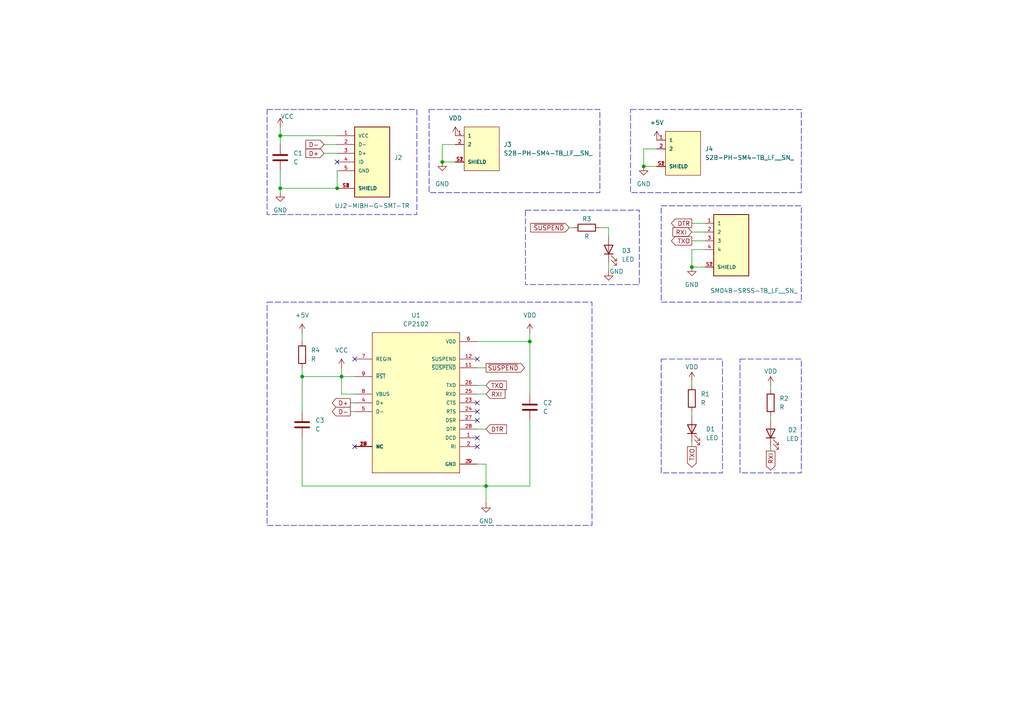
<source format=kicad_sch>
(kicad_sch (version 20250114) (generator "eeschema") (generator_version "9.0")
  (paper "A4")
  (title_block (title "UsbUartBridge") (date "2025-03-02") (rev "1.0") (company "AvelTek"))
  (lib_symbols
    (symbol "CP2102:CP2102" (pin_names (offset 1.016))
      (property "Reference" "U" (at -12.7 21.082 0))
      (property "Value" "CP2102" (at -12.7 -22.86 0))
      (symbol "CP2102_0_0"
        (rectangle (start -12.7 -20.32) (end 12.7 20.32) (stroke (width 0.1524)) (fill (type background)))
        (pin input line (at -17.78 12.7 0) (length 5.08) (name "REGIN") (number "7"))
        (pin bidirectional line (at -17.78 7.62 0) (length 5.08) (name "~{RST}") (number "9"))
        (pin input line (at -17.78 2.54 0) (length 5.08) (name "VBUS") (number "8"))
        (pin bidirectional line (at -17.78 0 0) (length 5.08) (name "D+") (number "4"))
        (pin bidirectional line (at -17.78 -2.54 0) (length 5.08) (name "D-") (number "5"))
        (pin passive line (at -17.78 -12.7 0) (length 5.08) (name "NC") (number "10"))
        (pin passive line (at -17.78 -12.7 0) (length 5.08) (name "NC") (number "13"))
        (pin passive line (at -17.78 -12.7 0) (length 5.08) (name "NC") (number "14"))
        (pin passive line (at -17.78 -12.7 0) (length 5.08) (name "NC") (number "15"))
        (pin passive line (at -17.78 -12.7 0) (length 5.08) (name "NC") (number "16"))
        (pin passive line (at -17.78 -12.7 0) (length 5.08) (name "NC") (number "17"))
        (pin passive line (at -17.78 -12.7 0) (length 5.08) (name "NC") (number "18"))
        (pin passive line (at -17.78 -12.7 0) (length 5.08) (name "NC") (number "19"))
        (pin passive line (at -17.78 -12.7 0) (length 5.08) (name "NC") (number "20"))
        (pin passive line (at -17.78 -12.7 0) (length 5.08) (name "NC") (number "21"))
        (pin passive line (at -17.78 -12.7 0) (length 5.08) (name "NC") (number "22"))
        (pin power_in line (at 17.78 17.78 180) (length 5.08) (name "VDD") (number "6"))
        (pin output line (at 17.78 12.7 180) (length 5.08) (name "SUSPEND") (number "12"))
        (pin output line (at 17.78 10.16 180) (length 5.08) (name "~{SUSPEND}") (number "11"))
        (pin output line (at 17.78 5.08 180) (length 5.08) (name "TXD") (number "26"))
        (pin input line (at 17.78 2.54 180) (length 5.08) (name "RXD") (number "25"))
        (pin input line (at 17.78 0 180) (length 5.08) (name "CTS") (number "23"))
        (pin output line (at 17.78 -2.54 180) (length 5.08) (name "RTS") (number "24"))
        (pin input line (at 17.78 -5.08 180) (length 5.08) (name "DSR") (number "27"))
        (pin output line (at 17.78 -7.62 180) (length 5.08) (name "DTR") (number "28"))
        (pin input line (at 17.78 -10.16 180) (length 5.08) (name "DCD") (number "1"))
        (pin input line (at 17.78 -12.7 180) (length 5.08) (name "RI") (number "2"))
        (pin power_in line (at 17.78 -17.78 180) (length 5.08) (name "GND") (number "29"))
        (pin power_in line (at 17.78 -17.78 180) (length 5.08) (name "GND") (number "3"))
      )
    )
    (symbol "Device:C" (pin_numbers (hide yes)) (pin_names (offset 0.254))
      (property "Reference" "C" (at 0.635 2.54 0))
      (property "Value" "C" (at 0.635 -2.54 0))
      (symbol "C_0_1"
        (polyline (pts (xy -2.032 0.762) (xy 2.032 0.762)) (stroke (width 0.508)))
        (polyline (pts (xy -2.032 -0.762) (xy 2.032 -0.762)) (stroke (width 0.508)))
      )
      (symbol "C_1_1"
        (pin passive line (at 0 3.81 270) (length 2.794) (name "~") (number "1"))
        (pin passive line (at 0 -3.81 90) (length 2.794) (name "~") (number "2"))
      )
    )
    (symbol "Device:LED" (pin_numbers (hide yes)) (pin_names (offset 1.016) (hide yes))
      (property "Reference" "D" (at 0 2.54 0))
      (property "Value" "LED" (at 0 -2.54 0))
      (symbol "LED_0_1"
        (polyline (pts (xy -3.048 -0.762) (xy -4.572 -2.286) (xy -3.81 -2.286) (xy -4.572 -2.286) (xy -4.572 -1.524)))
        (polyline (pts (xy -1.778 -0.762) (xy -3.302 -2.286) (xy -2.54 -2.286) (xy -3.302 -2.286) (xy -3.302 -1.524)))
        (polyline (pts (xy -1.27 0) (xy 1.27 0)))
        (polyline (pts (xy -1.27 -1.27) (xy -1.27 1.27)) (stroke (width 0.254)))
        (polyline (pts (xy 1.27 -1.27) (xy 1.27 1.27) (xy -1.27 0) (xy 1.27 -1.27)) (stroke (width 0.254)))
      )
      (symbol "LED_1_1"
        (pin passive line (at -3.81 0 0) (length 2.54) (name "K") (number "1"))
        (pin passive line (at 3.81 0 180) (length 2.54) (name "A") (number "2"))
      )
    )
    (symbol "Device:R" (pin_numbers (hide yes)) (pin_names (offset 0))
      (property "Reference" "R" (at 2.032 0 90))
      (property "Value" "R" (at 0 0 90))
      (symbol "R_0_1"
        (rectangle (start -1.016 -2.54) (end 1.016 2.54) (stroke (width 0.254)))
      )
      (symbol "R_1_1"
        (pin passive line (at 0 3.81 270) (length 1.27) (name "~") (number "1"))
        (pin passive line (at 0 -3.81 90) (length 1.27) (name "~") (number "2"))
      )
    )
    (symbol "S2B-PH-SM4-TB_LF__SN_:S2B-PH-SM4-TB_LF__SN_" (pin_names (offset 1.016))
      (property "Reference" "J" (at -5.0829 5.5957 0))
      (property "Value" "S2B-PH-SM4-TB_LF__SN_" (at -5.0881 -9.4227 0))
      (symbol "S2B-PH-SM4-TB_LF__SN__0_0"
        (rectangle (start -5.08 -7.62) (end 5.08 5.08) (stroke (width 0.1524)) (fill (type background)))
        (pin passive line (at -7.62 2.54 0) (length 2.54) (name "1") (number "1"))
        (pin passive line (at -7.62 0 0) (length 2.54) (name "2") (number "2"))
        (pin passive line (at -7.62 -5.08 0) (length 2.54) (name "SHIELD") (number "S1"))
        (pin passive line (at -7.62 -5.08 0) (length 2.54) (name "SHIELD") (number "S2"))
      )
    )
    (symbol "SM04B-SRSS-TB_LF__SN_:SM04B-SRSS-TB_LF__SN_" (pin_names (offset 1.016))
      (property "Reference" "J" (at -5.0831 8.1433 0))
      (property "Value" "SM04B-SRSS-TB_LF__SN_" (at -5.0835 -11.9557 0))
      (symbol "SM04B-SRSS-TB_LF__SN__0_0"
        (rectangle (start -5.08 -10.16) (end 5.08 7.62) (stroke (width 0.254)) (fill (type background)))
        (pin passive line (at -7.62 5.08 0) (length 2.54) (name "1") (number "1"))
        (pin passive line (at -7.62 2.54 0) (length 2.54) (name "2") (number "2"))
        (pin passive line (at -7.62 0 0) (length 2.54) (name "3") (number "3"))
        (pin passive line (at -7.62 -2.54 0) (length 2.54) (name "4") (number "4"))
        (pin passive line (at -7.62 -7.62 0) (length 2.54) (name "SHIELD") (number "S1"))
        (pin passive line (at -7.62 -7.62 0) (length 2.54) (name "SHIELD") (number "S2"))
      )
    )
    (symbol "UJ2-MIBH-G-SMT-TR:UJ2-MIBH-G-SMT-TR" (pin_names (offset 1.016))
      (property "Reference" "J" (at -5.08 11.43 0))
      (property "Value" "UJ2-MIBH-G-SMT-TR" (at -5.08 -12.7 0))
      (symbol "UJ2-MIBH-G-SMT-TR_0_0"
        (rectangle (start -5.08 -10.16) (end 5.08 10.16) (stroke (width 0.254)) (fill (type background)))
        (pin power_in line (at -10.16 7.62 0) (length 5.08) (name "VCC") (number "1"))
        (pin bidirectional line (at -10.16 5.08 0) (length 5.08) (name "D-") (number "2"))
        (pin bidirectional line (at -10.16 2.54 0) (length 5.08) (name "D+") (number "3"))
        (pin bidirectional line (at -10.16 0 0) (length 5.08) (name "ID") (number "4"))
        (pin power_in line (at -10.16 -2.54 0) (length 5.08) (name "GND") (number "5"))
        (pin passive line (at -10.16 -7.62 0) (length 5.08) (name "SHIELD") (number "S1"))
        (pin passive line (at -10.16 -7.62 0) (length 5.08) (name "SHIELD") (number "S2"))
        (pin passive line (at -10.16 -7.62 0) (length 5.08) (name "SHIELD") (number "S3"))
        (pin passive line (at -10.16 -7.62 0) (length 5.08) (name "SHIELD") (number "S4"))
      )
    )
    (symbol "power:+5V" (power) (pin_numbers (hide yes)) (pin_names (offset 0) (hide yes))
      (property "Value" "+5V" (at 0 3.556 0))
      (symbol "+5V_0_1"
        (polyline (pts (xy -0.762 1.27) (xy 0 2.54)))
        (polyline (pts (xy 0 2.54) (xy 0.762 1.27)))
        (polyline (pts (xy 0 0) (xy 0 2.54)))
      )
      (symbol "+5V_1_1"
        (pin power_in line (at 0 0 90) (length 0) (name "~") (number "1"))
      )
    )
    (symbol "power:GND" (power) (pin_numbers (hide yes)) (pin_names (offset 0) (hide yes))
      (property "Value" "GND" (at 0 -3.81 0))
      (symbol "GND_0_1"
        (polyline (pts (xy 0 0) (xy 0 -1.27) (xy 1.27 -1.27) (xy 0 -2.54) (xy -1.27 -1.27) (xy 0 -1.27)))
      )
      (symbol "GND_1_1"
        (pin power_in line (at 0 0 270) (length 0) (name "~") (number "1"))
      )
    )
    (symbol "power:VCC" (power) (pin_numbers (hide yes)) (pin_names (offset 0) (hide yes))
      (property "Value" "VCC" (at 0 3.556 0))
      (symbol "VCC_0_1"
        (polyline (pts (xy -0.762 1.27) (xy 0 2.54)))
        (polyline (pts (xy 0 2.54) (xy 0.762 1.27)))
        (polyline (pts (xy 0 0) (xy 0 2.54)))
      )
      (symbol "VCC_1_1"
        (pin power_in line (at 0 0 90) (length 0) (name "~") (number "1"))
      )
    )
    (symbol "power:VDD" (power) (pin_numbers (hide yes)) (pin_names (offset 0) (hide yes))
      (property "Value" "VDD" (at 0 3.556 0))
      (symbol "VDD_0_1"
        (polyline (pts (xy -0.762 1.27) (xy 0 2.54)))
        (polyline (pts (xy 0 2.54) (xy 0.762 1.27)))
        (polyline (pts (xy 0 0) (xy 0 2.54)))
      )
      (symbol "VDD_1_1"
        (pin power_in line (at 0 0 90) (length 0) (name "~") (number "1"))
      )
    )
  )
  (rectangle (start 124.46 31.75) (end 173.99 55.88) (stroke (width 0) (type dash)))
  (rectangle (start 152.4 60.96) (end 185.42 82.55) (stroke (width 0) (type dash)))
  (rectangle (start 77.47 87.63) (end 171.704 152.4) (stroke (width 0) (type dash)))
  (rectangle (start 191.77 59.69) (end 232.41 87.63) (stroke (width 0) (type dash)))
  (rectangle (start 182.88 31.75) (end 232.41 55.88) (stroke (width 0) (type dash)))
  (rectangle (start 214.63 104.14) (end 232.41 137.16) (stroke (width 0) (type dash)))
  (rectangle (start 191.77 104.14) (end 209.55 137.16) (stroke (width 0) (type dash)))
  (rectangle (start 77.47 31.75) (end 120.904 62.23) (stroke (width 0) (type dash)))
  (junction (at 186.69 48.26))
  (junction (at 99.06 109.22))
  (junction (at 140.97 140.97))
  (junction (at 81.28 54.61))
  (junction (at 87.63 109.22))
  (junction (at 153.67 99.06))
  (junction (at 128.27 46.99))
  (junction (at 200.66 77.47))
  (junction (at 97.79 54.61))
  (junction (at 81.28 39.37))
  (no_connect (at 138.43 127))
  (no_connect (at 102.87 129.54))
  (no_connect (at 138.43 119.38))
  (no_connect (at 138.43 121.92))
  (no_connect (at 138.43 116.84))
  (no_connect (at 138.43 129.54))
  (no_connect (at 97.79 46.99))
  (no_connect (at 102.87 104.14))
  (no_connect (at 138.43 104.14))
  (wire (pts (xy 140.97 134.62) (xy 138.43 134.62)))
  (wire (pts (xy 204.47 77.47) (xy 200.66 77.47)))
  (wire (pts (xy 138.43 124.46) (xy 140.97 124.46)))
  (wire (pts (xy 81.28 54.61) (xy 81.28 55.88)))
  (wire (pts (xy 99.06 114.3) (xy 99.06 109.22)))
  (wire (pts (xy 81.28 49.53) (xy 81.28 54.61)))
  (wire (pts (xy 87.63 127) (xy 87.63 140.97)))
  (wire (pts (xy 153.67 99.06) (xy 153.67 114.3)))
  (wire (pts (xy 81.28 41.91) (xy 81.28 39.37)))
  (wire (pts (xy 132.08 41.91) (xy 128.27 41.91)))
  (wire (pts (xy 101.6 119.38) (xy 102.87 119.38)))
  (wire (pts (xy 138.43 99.06) (xy 153.67 99.06)))
  (wire (pts (xy 153.67 121.92) (xy 153.67 140.97)))
  (wire (pts (xy 99.06 109.22) (xy 102.87 109.22)))
  (wire (pts (xy 97.79 49.53) (xy 97.79 54.61)))
  (wire (pts (xy 200.66 119.38) (xy 200.66 120.65)))
  (wire (pts (xy 101.6 116.84) (xy 102.87 116.84)))
  (wire (pts (xy 223.52 129.54) (xy 223.52 130.81)))
  (wire (pts (xy 138.43 111.76) (xy 140.97 111.76)))
  (wire (pts (xy 190.5 43.18) (xy 186.69 43.18)))
  (wire (pts (xy 99.06 106.68) (xy 99.06 109.22)))
  (wire (pts (xy 81.28 39.37) (xy 97.79 39.37)))
  (wire (pts (xy 93.98 41.91) (xy 97.79 41.91)))
  (wire (pts (xy 87.63 109.22) (xy 87.63 119.38)))
  (wire (pts (xy 87.63 140.97) (xy 140.97 140.97)))
  (wire (pts (xy 200.66 64.77) (xy 204.47 64.77)))
  (wire (pts (xy 140.97 140.97) (xy 153.67 140.97)))
  (wire (pts (xy 140.97 134.62) (xy 140.97 140.97)))
  (wire (pts (xy 176.53 66.04) (xy 173.99 66.04)))
  (wire (pts (xy 223.52 120.65) (xy 223.52 121.92)))
  (wire (pts (xy 186.69 43.18) (xy 186.69 48.26)))
  (wire (pts (xy 200.66 67.31) (xy 204.47 67.31)))
  (wire (pts (xy 140.97 106.68) (xy 138.43 106.68)))
  (wire (pts (xy 132.08 46.99) (xy 128.27 46.99)))
  (wire (pts (xy 102.87 114.3) (xy 99.06 114.3)))
  (wire (pts (xy 87.63 106.68) (xy 87.63 109.22)))
  (wire (pts (xy 200.66 110.49) (xy 200.66 111.76)))
  (wire (pts (xy 200.66 69.85) (xy 204.47 69.85)))
  (wire (pts (xy 223.52 111.76) (xy 223.52 113.03)))
  (wire (pts (xy 81.28 54.61) (xy 97.79 54.61)))
  (wire (pts (xy 190.5 48.26) (xy 186.69 48.26)))
  (wire (pts (xy 87.63 109.22) (xy 99.06 109.22)))
  (wire (pts (xy 138.43 114.3) (xy 140.97 114.3)))
  (wire (pts (xy 200.66 128.27) (xy 200.66 129.54)))
  (wire (pts (xy 93.98 44.45) (xy 97.79 44.45)))
  (wire (pts (xy 140.97 140.97) (xy 140.97 146.05)))
  (wire (pts (xy 153.67 96.52) (xy 153.67 99.06)))
  (wire (pts (xy 165.1 66.04) (xy 166.37 66.04)))
  (wire (pts (xy 81.28 36.83) (xy 81.28 39.37)))
  (wire (pts (xy 200.66 72.39) (xy 200.66 77.47)))
  (wire (pts (xy 128.27 41.91) (xy 128.27 46.99)))
  (wire (pts (xy 176.53 68.58) (xy 176.53 66.04)))
  (wire (pts (xy 204.47 72.39) (xy 200.66 72.39)))
  (wire (pts (xy 87.63 96.52) (xy 87.63 99.06)))
  (wire (pts (xy 176.53 76.2) (xy 176.53 78.74)))
  (global_label "TXO" (shape input) (at 140.97 111.76 0) (property "Intersheetrefs" "${INTERSHEET_REFS}" (effects (hide yes))))
  (global_label "DTR" (shape output) (at 200.66 64.77 180) (property "Intersheetrefs" "${INTERSHEET_REFS}" (effects (hide yes))))
  (global_label "TXO" (shape output) (at 200.66 129.54 270) (property "Intersheetrefs" "${INTERSHEET_REFS}" (effects (hide yes))))
  (global_label "~{SUSPEND}" (shape input) (at 165.1 66.04 180) (property "Intersheetrefs" "${INTERSHEET_REFS}" (effects (hide yes))))
  (global_label "RXI" (shape input) (at 140.97 114.3 0) (property "Intersheetrefs" "${INTERSHEET_REFS}" (effects (hide yes))))
  (global_label "TXO" (shape output) (at 200.66 69.85 180) (property "Intersheetrefs" "${INTERSHEET_REFS}" (effects (hide yes))))
  (global_label "D-" (shape output) (at 101.6 119.38 180) (property "Intersheetrefs" "${INTERSHEET_REFS}" (effects (hide yes))))
  (global_label "~{SUSPEND}" (shape output) (at 140.97 106.68 0) (property "Intersheetrefs" "${INTERSHEET_REFS}" (effects (hide yes))))
  (global_label "D-" (shape input) (at 93.98 41.91 180) (property "Intersheetrefs" "${INTERSHEET_REFS}" (effects (hide yes))))
  (global_label "D+" (shape output) (at 101.6 116.84 180) (property "Intersheetrefs" "${INTERSHEET_REFS}" (effects (hide yes))))
  (global_label "RXI" (shape input) (at 200.66 67.31 180) (property "Intersheetrefs" "${INTERSHEET_REFS}" (effects (hide yes))))
  (global_label "RXI" (shape output) (at 223.52 130.81 270) (property "Intersheetrefs" "${INTERSHEET_REFS}" (effects (hide yes))))
  (global_label "D+" (shape input) (at 93.98 44.45 180) (property "Intersheetrefs" "${INTERSHEET_REFS}" (effects (hide yes))))
  (global_label "DTR" (shape input) (at 140.97 124.46 0) (property "Intersheetrefs" "${INTERSHEET_REFS}" (effects (hide yes))))
  (symbol (lib_id "power:GND") (at 186.69 48.26 0) (mirror y) (unit 1)
    (property "Reference" "#PWR016" (effects (hide yes)))
    (property "Value" "GND" (at 186.69 53.34 0))
    (property "Description" "Power symbol creates a global label with name \"GND\" , ground" (effects (hide yes)))
  )
  (symbol (lib_id "power:+5V") (at 87.63 96.52 0) (unit 1)
    (property "Reference" "#PWR07" (effects (hide yes)))
    (property "Value" "+5V" (at 87.63 91.44 0))
    (property "Description" "Power symbol creates a global label with name \"+5V\"" (effects (hide yes)))
  )
  (symbol (lib_id "power:VDD") (at 132.08 39.37 0) (mirror y) (unit 1)
    (property "Reference" "#PWR013" (effects (hide yes)))
    (property "Value" "VDD" (at 132.08 34.29 0))
    (property "Description" "Power symbol creates a global label with name \"VDD\"" (effects (hide yes)))
  )
  (symbol (lib_id "CP2102:CP2102") (at 120.65 116.84 0) (unit 1)
    (property "Reference" "U1" (at 120.65 91.44 0))
    (property "Value" "CP2102" (at 120.65 93.98 0))
    (property "Footprint" "Package_DFN_QFN:QFN-28-1EP_5x5mm_P0.5mm_EP3.75x3.75mm_ThermalVias" (effects (hide yes)))
    (property "MF" "Silicon Labs" (effects (hide yes)))
    (property "DESCRIPTION" "USB to UART Bridge" (effects (hide yes)))
    (property "PACKAGE" "WFQFN-20 Silicon Labs" (effects (hide yes)))
    (property "PRICE" "None" (effects (hide yes)))
    (property "Package" "QFN-28 Silicon Labs" (effects (hide yes)))
    (property "Check_prices" "https://www.snapeda.com/parts/CP2102/Silicon+Labs/view-part/?ref=eda" (effects (hide yes)))
    (property "Price" "None" (effects (hide yes)))
    (property "SnapEDA_Link" "https://www.snapeda.com/parts/CP2102/Silicon+Labs/view-part/?ref=snap" (effects (hide yes)))
    (property "MP" "CP2102" (effects (hide yes)))
    (property "Availability" "In Stock" (effects (hide yes)))
    (property "AVAILABILITY" "Unavailable" (effects (hide yes)))
    (property "Description_1" "\n                        \n                            CP2102N USB 2.0 to UART (RS232) Bridge Interface Evaluation Board\n                        \n" (effects (hide yes)))
  )
  (symbol (lib_id "power:+5V") (at 190.5 40.64 0) (mirror y) (unit 1)
    (property "Reference" "#PWR014" (effects (hide yes)))
    (property "Value" "+5V" (at 190.5 35.56 0))
    (property "Description" "Power symbol creates a global label with name \"+5V\"" (effects (hide yes)))
  )
  (symbol (lib_id "Device:R") (at 200.66 115.57 0) (unit 1)
    (property "Reference" "R1" (at 203.2 114.2999 0) (effects (justify left)))
    (property "Value" "R" (at 203.2 116.8399 0) (effects (justify left)))
    (property "Footprint" "Resistor_SMD:R_0805_2012Metric" (effects (hide yes)))
    (property "Description" "Resistor" (effects (hide yes)))
  )
  (symbol (lib_id "power:GND") (at 128.27 46.99 0) (mirror y) (unit 1)
    (property "Reference" "#PWR015" (effects (hide yes)))
    (property "Value" "GND" (at 128.27 53.34 0))
    (property "Description" "Power symbol creates a global label with name \"GND\" , ground" (effects (hide yes)))
  )
  (symbol (lib_id "power:VDD") (at 153.67 96.52 0) (unit 1)
    (property "Reference" "#PWR01" (effects (hide yes)))
    (property "Value" "VDD" (at 153.67 91.44 0))
    (property "Description" "Power symbol creates a global label with name \"VDD\"" (effects (hide yes)))
  )
  (symbol (lib_id "Device:C") (at 81.28 45.72 180) (unit 1)
    (property "Reference" "C1" (at 85.09 44.4499 0) (effects (justify right)))
    (property "Value" "C" (at 85.09 46.9899 0) (effects (justify right)))
    (property "Footprint" "Capacitor_SMD:C_1206_3216Metric" (effects (hide yes)))
    (property "Description" "Unpolarized capacitor" (effects (hide yes)))
  )
  (symbol (lib_id "Device:R") (at 223.52 116.84 180) (unit 1)
    (property "Reference" "R2" (at 226.06 115.5699 0) (effects (justify right)))
    (property "Value" "R" (at 226.06 118.1099 0) (effects (justify right)))
    (property "Footprint" "Resistor_SMD:R_0805_2012Metric" (effects (hide yes)))
    (property "Description" "Resistor" (effects (hide yes)))
  )
  (symbol (lib_id "Device:R") (at 170.18 66.04 90) (unit 1)
    (property "Reference" "R3" (at 170.18 63.5 90))
    (property "Value" "R" (at 170.18 68.58 90))
    (property "Footprint" "Resistor_SMD:R_0805_2012Metric" (effects (hide yes)))
    (property "Description" "Resistor" (effects (hide yes)))
  )
  (symbol (lib_id "power:GND") (at 200.66 77.47 0) (mirror y) (unit 1)
    (property "Reference" "#PWR017" (effects (hide yes)))
    (property "Value" "GND" (at 200.66 82.55 0))
    (property "Description" "Power symbol creates a global label with name \"GND\" , ground" (effects (hide yes)))
  )
  (symbol (lib_id "Device:LED") (at 200.66 124.46 90) (unit 1)
    (property "Reference" "D1" (at 204.724 124.46 90) (effects (justify right)))
    (property "Value" "LED" (at 204.724 127 90) (effects (justify right)))
    (property "Footprint" "LED_SMD:LED_0805_2012Metric" (effects (hide yes)))
    (property "Description" "Light emitting diode" (effects (hide yes)))
  )
  (symbol (lib_id "power:GND") (at 176.53 78.74 0) (unit 1)
    (property "Reference" "#PWR04" (effects (hide yes)))
    (property "Value" "GND" (at 178.816 78.74 0))
    (property "Description" "Power symbol creates a global label with name \"GND\" , ground" (effects (hide yes)))
  )
  (symbol (lib_id "S2B-PH-SM4-TB_LF__SN_:S2B-PH-SM4-TB_LF__SN_") (at 139.7 41.91 0) (unit 1)
    (property "Reference" "J3" (at 146.05 41.9099 0) (effects (justify left)))
    (property "Value" "S2B-PH-SM4-TB_LF__SN_" (at 146.05 44.4499 0) (effects (justify left)))
    (property "Footprint" "footprints:JST_S2B-PH-SM4-TB_LF__SN_" (effects (hide yes)))
    (property "MF" "JST Sales" (effects (hide yes)))
    (property "Description_1" "\n                        \n                            Connector Header Surface Mount, Right Angle 2 position 0.079 (2.00mm)\n                        \n" (effects (hide yes)))
    (property "Package" "None" (effects (hide yes)))
    (property "Price" "None" (effects (hide yes)))
    (property "Check_prices" "https://www.snapeda.com/parts/S2B-PH-SM4-TB(LF)(SN)/JST/view-part/?ref=eda" (effects (hide yes)))
    (property "STANDARD" "Manufacturer Recommendation" (effects (hide yes)))
    (property "SnapEDA_Link" "https://www.snapeda.com/parts/S2B-PH-SM4-TB(LF)(SN)/JST/view-part/?ref=snap" (effects (hide yes)))
    (property "MP" "S2B-PH-SM4-TB(LF)(SN)" (effects (hide yes)))
    (property "Availability" "In Stock" (effects (hide yes)))
    (property "MANUFACTURER" "JST" (effects (hide yes)))
  )
  (symbol (lib_id "Device:LED") (at 176.53 72.39 90) (unit 1)
    (property "Reference" "D3" (at 180.34 72.7074 90) (effects (justify right)))
    (property "Value" "LED" (at 180.34 75.2474 90) (effects (justify right)))
    (property "Footprint" "LED_SMD:LED_0805_2012Metric" (effects (hide yes)))
    (property "Description" "Light emitting diode" (effects (hide yes)))
  )
  (symbol (lib_id "SM04B-SRSS-TB_LF__SN_:SM04B-SRSS-TB_LF__SN_") (at 212.09 69.85 0) (unit 1)
    (property "Reference" "J5" (effects (hide yes)))
    (property "Value" "SM04B-SRSS-TB_LF__SN_" (at 205.994 84.328 0) (effects (justify left)))
    (property "Footprint" "footprints:JST_SM04B-SRSS-TB_LF__SN_" (effects (hide yes)))
    (property "MF" "JST Sales" (effects (hide yes)))
    (property "Description_1" "\n                        \n                            Connector Header Surface Mount, Right Angle 4 position 0.039 (1.00mm)\n                        \n" (effects (hide yes)))
    (property "Package" "None" (effects (hide yes)))
    (property "Price" "None" (effects (hide yes)))
    (property "Check_prices" "https://www.snapeda.com/parts/SM04B-SRSS-TB%20(LF)(SN)/JST/view-part/?ref=eda" (effects (hide yes)))
    (property "STANDARD" "Manufacturer recommendations" (effects (hide yes)))
    (property "SnapEDA_Link" "https://www.snapeda.com/parts/SM04B-SRSS-TB%20(LF)(SN)/JST/view-part/?ref=snap" (effects (hide yes)))
    (property "MP" "SM04B-SRSS-TB (LF)(SN)" (effects (hide yes)))
    (property "Availability" "In Stock" (effects (hide yes)))
    (property "MANUFACTURER" "JST" (effects (hide yes)))
  )
  (symbol (lib_id "power:VCC") (at 81.28 36.83 0) (unit 1)
    (property "Reference" "#PWR011" (effects (hide yes)))
    (property "Value" "VCC" (at 83.312 33.782 0))
    (property "Description" "Power symbol creates a global label with name \"VCC\"" (effects (hide yes)))
  )
  (symbol (lib_id "power:VDD") (at 200.66 110.49 0) (unit 1)
    (property "Reference" "#PWR02" (effects (hide yes)))
    (property "Value" "VDD" (at 200.66 106.426 0))
    (property "Description" "Power symbol creates a global label with name \"VDD\"" (effects (hide yes)))
  )
  (symbol (lib_id "Device:C") (at 87.63 123.19 0) (unit 1)
    (property "Reference" "C3" (at 91.44 121.9199 0) (effects (justify left)))
    (property "Value" "C" (at 91.44 124.4599 0) (effects (justify left)))
    (property "Footprint" "Capacitor_SMD:C_0805_2012Metric" (effects (hide yes)))
    (property "Description" "Unpolarized capacitor" (effects (hide yes)))
  )
  (symbol (lib_id "Device:R") (at 87.63 102.87 0) (unit 1)
    (property "Reference" "R4" (at 90.17 101.5999 0) (effects (justify left)))
    (property "Value" "R" (at 90.17 104.1399 0) (effects (justify left)))
    (property "Footprint" "Resistor_SMD:R_1206_3216Metric" (effects (hide yes)))
    (property "Description" "Resistor" (effects (hide yes)))
  )
  (symbol (lib_id "Device:C") (at 153.67 118.11 0) (unit 1)
    (property "Reference" "C2" (at 157.48 116.84 0) (effects (justify left)))
    (property "Value" "C" (at 157.4801 119.38 0) (effects (justify left)))
    (property "Footprint" "Capacitor_SMD:C_0805_2012Metric" (effects (hide yes)))
    (property "Description" "Unpolarized capacitor" (effects (hide yes)))
  )
  (symbol (lib_id "power:GND") (at 140.97 146.05 0) (unit 1)
    (property "Reference" "#PWR010" (effects (hide yes)))
    (property "Value" "GND" (at 140.97 151.13 0))
    (property "Description" "Power symbol creates a global label with name \"GND\" , ground" (effects (hide yes)))
  )
  (symbol (lib_id "Device:LED") (at 223.52 125.73 90) (unit 1)
    (property "Reference" "D2" (at 229.87 124.714 90))
    (property "Value" "LED" (at 229.87 127.254 90))
    (property "Footprint" "LED_SMD:LED_0805_2012Metric" (effects (hide yes)))
    (property "Description" "Light emitting diode" (effects (hide yes)))
  )
  (symbol (lib_id "UJ2-MIBH-G-SMT-TR:UJ2-MIBH-G-SMT-TR") (at 107.95 46.99 0) (unit 1)
    (property "Reference" "J2" (at 114.3 45.7199 0) (effects (justify left)))
    (property "Value" "UJ2-MIBH-G-SMT-TR" (at 97.028 59.69 0) (effects (justify left)))
    (property "Footprint" "footprints:CUI_UJ2-MIBH-G-SMT-TR" (effects (hide yes)))
    (property "MF" "Same Sky" (effects (hide yes)))
    (property "MAXIMUM_PACKAGE_HEIGHT" "2.95 mm" (effects (hide yes)))
    (property "Package" "None" (effects (hide yes)))
    (property "Price" "None" (effects (hide yes)))
    (property "Check_prices" "https://www.snapeda.com/parts/UJ2-MIBH-G-SMT-TR/Same+Sky/view-part/?ref=eda" (effects (hide yes)))
    (property "STANDARD" "Manufacturer Recommendations" (effects (hide yes)))
    (property "PARTREV" "1.0" (effects (hide yes)))
    (property "SnapEDA_Link" "https://www.snapeda.com/parts/UJ2-MIBH-G-SMT-TR/Same+Sky/view-part/?ref=snap" (effects (hide yes)))
    (property "MP" "UJ2-MIBH-G-SMT-TR" (effects (hide yes)))
    (property "Description_1" "\n                        \n                            Micro B, USB 2.0, 480 Mbps, 5 Vdc, 1.8 A, Right Angle, Surface Mount, Black Insulator, USB Receptacle\n                        \n" (effects (hide yes)))
    (property "Availability" "In Stock" (effects (hide yes)))
    (property "MANUFACTURER" "CUI" (effects (hide yes)))
  )
  (symbol (lib_id "S2B-PH-SM4-TB_LF__SN_:S2B-PH-SM4-TB_LF__SN_") (at 198.12 43.18 0) (unit 1)
    (property "Reference" "J4" (at 204.47 43.1799 0) (effects (justify left)))
    (property "Value" "S2B-PH-SM4-TB_LF__SN_" (at 204.47 45.7199 0) (effects (justify left)))
    (property "Footprint" "footprints:JST_S2B-PH-SM4-TB_LF__SN_" (effects (hide yes)))
    (property "MF" "JST Sales" (effects (hide yes)))
    (property "Description_1" "\n                        \n                            Connector Header Surface Mount, Right Angle 2 position 0.079 (2.00mm)\n                        \n" (effects (hide yes)))
    (property "Package" "None" (effects (hide yes)))
    (property "Price" "None" (effects (hide yes)))
    (property "Check_prices" "https://www.snapeda.com/parts/S2B-PH-SM4-TB(LF)(SN)/JST/view-part/?ref=eda" (effects (hide yes)))
    (property "STANDARD" "Manufacturer Recommendation" (effects (hide yes)))
    (property "SnapEDA_Link" "https://www.snapeda.com/parts/S2B-PH-SM4-TB(LF)(SN)/JST/view-part/?ref=snap" (effects (hide yes)))
    (property "MP" "S2B-PH-SM4-TB(LF)(SN)" (effects (hide yes)))
    (property "Availability" "In Stock" (effects (hide yes)))
    (property "MANUFACTURER" "JST" (effects (hide yes)))
  )
  (symbol (lib_id "power:GND") (at 81.28 55.88 0) (unit 1)
    (property "Reference" "#PWR05" (effects (hide yes)))
    (property "Value" "GND" (at 81.28 60.96 0))
    (property "Description" "Power symbol creates a global label with name \"GND\" , ground" (effects (hide yes)))
  )
  (symbol (lib_id "power:VDD") (at 223.52 111.76 0) (unit 1)
    (property "Reference" "#PWR03" (effects (hide yes)))
    (property "Value" "VDD" (at 223.52 107.696 0))
    (property "Description" "Power symbol creates a global label with name \"VDD\"" (effects (hide yes)))
  )
  (symbol (lib_id "power:VCC") (at 99.06 106.68 0) (unit 1)
    (property "Reference" "#PWR012" (effects (hide yes)))
    (property "Value" "VCC" (at 99.06 101.6 0))
    (property "Description" "Power symbol creates a global label with name \"VCC\"" (effects (hide yes)))
  )
)
</source>
